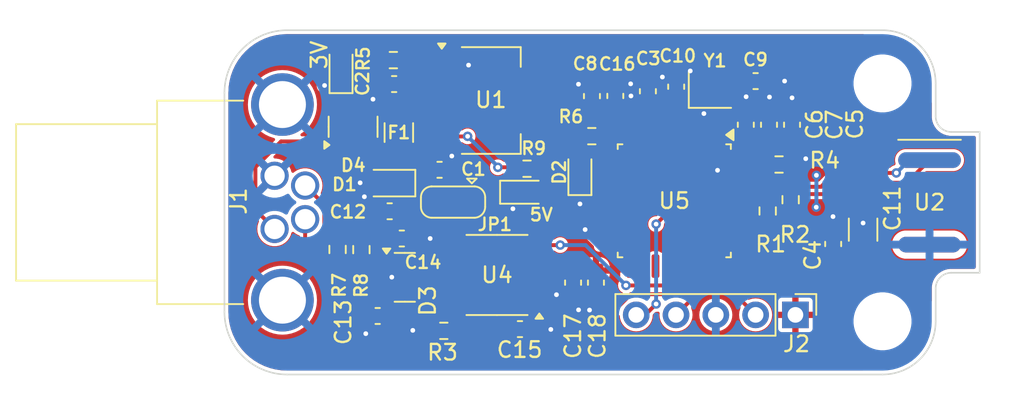
<source format=kicad_pcb>
(kicad_pcb
	(version 20240108)
	(generator "pcbnew")
	(generator_version "8.0")
	(general
		(thickness 1.6)
		(legacy_teardrops no)
	)
	(paper "A4")
	(layers
		(0 "F.Cu" signal)
		(31 "B.Cu" signal)
		(32 "B.Adhes" user "B.Adhesive")
		(33 "F.Adhes" user "F.Adhesive")
		(34 "B.Paste" user)
		(35 "F.Paste" user)
		(36 "B.SilkS" user "B.Silkscreen")
		(37 "F.SilkS" user "F.Silkscreen")
		(38 "B.Mask" user)
		(39 "F.Mask" user)
		(40 "Dwgs.User" user "User.Drawings")
		(41 "Cmts.User" user "User.Comments")
		(42 "Eco1.User" user "User.Eco1")
		(43 "Eco2.User" user "User.Eco2")
		(44 "Edge.Cuts" user)
		(45 "Margin" user)
		(46 "B.CrtYd" user "B.Courtyard")
		(47 "F.CrtYd" user "F.Courtyard")
		(48 "B.Fab" user)
		(49 "F.Fab" user)
		(50 "User.1" user)
		(51 "User.2" user)
		(52 "User.3" user)
		(53 "User.4" user)
		(54 "User.5" user)
		(55 "User.6" user)
		(56 "User.7" user)
		(57 "User.8" user)
		(58 "User.9" user)
	)
	(setup
		(stackup
			(layer "F.SilkS"
				(type "Top Silk Screen")
			)
			(layer "F.Paste"
				(type "Top Solder Paste")
			)
			(layer "F.Mask"
				(type "Top Solder Mask")
				(thickness 0.01)
			)
			(layer "F.Cu"
				(type "copper")
				(thickness 0.035)
			)
			(layer "dielectric 1"
				(type "core")
				(thickness 1.51)
				(material "FR4")
				(epsilon_r 4.5)
				(loss_tangent 0.02)
			)
			(layer "B.Cu"
				(type "copper")
				(thickness 0.035)
			)
			(layer "B.Mask"
				(type "Bottom Solder Mask")
				(thickness 0.01)
			)
			(layer "B.Paste"
				(type "Bottom Solder Paste")
			)
			(layer "B.SilkS"
				(type "Bottom Silk Screen")
			)
			(copper_finish "None")
			(dielectric_constraints no)
		)
		(pad_to_mask_clearance 0)
		(allow_soldermask_bridges_in_footprints no)
		(aux_axis_origin 36 49)
		(pcbplotparams
			(layerselection 0x00010fc_ffffffff)
			(plot_on_all_layers_selection 0x0000000_00000000)
			(disableapertmacros no)
			(usegerberextensions yes)
			(usegerberattributes no)
			(usegerberadvancedattributes no)
			(creategerberjobfile no)
			(dashed_line_dash_ratio 12.000000)
			(dashed_line_gap_ratio 3.000000)
			(svgprecision 4)
			(plotframeref no)
			(viasonmask no)
			(mode 1)
			(useauxorigin yes)
			(hpglpennumber 1)
			(hpglpenspeed 20)
			(hpglpendiameter 15.000000)
			(pdf_front_fp_property_popups yes)
			(pdf_back_fp_property_popups yes)
			(dxfpolygonmode yes)
			(dxfimperialunits yes)
			(dxfusepcbnewfont yes)
			(psnegative no)
			(psa4output no)
			(plotreference yes)
			(plotvalue no)
			(plotfptext yes)
			(plotinvisibletext no)
			(sketchpadsonfab no)
			(subtractmaskfromsilk yes)
			(outputformat 1)
			(mirror no)
			(drillshape 0)
			(scaleselection 1)
			(outputdirectory "gerber")
		)
	)
	(net 0 "")
	(net 1 "+3.3V")
	(net 2 "GND")
	(net 3 "+5V")
	(net 4 "/I2C_SDA")
	(net 5 "/I2C_SCL")
	(net 6 "CAN_H")
	(net 7 "CAN_L")
	(net 8 "Net-(U4-Rs)")
	(net 9 "NRST")
	(net 10 "Net-(U5-PF0)")
	(net 11 "SWDIO")
	(net 12 "Net-(U5-PF1)")
	(net 13 "/Vref")
	(net 14 "Net-(D4-K)")
	(net 15 "Net-(D4-A)")
	(net 16 "Net-(JP1-C)")
	(net 17 "Net-(U5-PB8)")
	(net 18 "unconnected-(U5-PB5-Pad28)")
	(net 19 "unconnected-(U5-PA8-Pad18)")
	(net 20 "unconnected-(U5-PA15-Pad25)")
	(net 21 "SWCLK")
	(net 22 "unconnected-(U5-PA7-Pad13)")
	(net 23 "unconnected-(U5-PA5-Pad11)")
	(net 24 "unconnected-(U5-PA9-Pad19)")
	(net 25 "unconnected-(U5-PA1-Pad7)")
	(net 26 "unconnected-(U5-PB4-Pad27)")
	(net 27 "unconnected-(U5-PA6-Pad12)")
	(net 28 "unconnected-(U5-PA10-Pad20)")
	(net 29 "/CAN_Tx")
	(net 30 "/CAN_Rx")
	(net 31 "unconnected-(U5-PB0-Pad14)")
	(net 32 "unconnected-(U5-PB1-Pad15)")
	(net 33 "unconnected-(U5-PA4-Pad10)")
	(net 34 "Net-(D2-A)")
	(net 35 "unconnected-(U5-PA0-Pad6)")
	(net 36 "/STATUS_LED")
	(net 37 "unconnected-(U5-PA2-Pad8)")
	(net 38 "unconnected-(U5-PB3-Pad26)")
	(net 39 "Net-(VO1-A)")
	(net 40 "Net-(VO2-A)")
	(footprint "Package_TO_SOT_SMD:SOT-23" (layer "F.Cu") (at 146.51 45.79))
	(footprint "Capacitor_SMD:C_0603_1608Metric" (layer "F.Cu") (at 145.545 41.57 180))
	(footprint "Connector_PinHeader_2.54mm:PinHeader_1x05_P2.54mm_Vertical" (layer "F.Cu") (at 171.44 48.19 -90))
	(footprint "Crystal:Crystal_SMD_2016-4Pin_2.0x1.6mm" (layer "F.Cu") (at 165.985 33.81))
	(footprint "FaSTTUBe_connectors:M8_718_4pin_horizontal" (layer "F.Cu") (at 138.2 41 -90))
	(footprint "Capacitor_SMD:C_0603_1608Metric" (layer "F.Cu") (at 153.86 49.1))
	(footprint "MountingHole:MountingHole_3.2mm_M3_DIN965" (layer "F.Cu") (at 177 33.4))
	(footprint "Diode_SMD:D_SOD-323" (layer "F.Cu") (at 145.57 39.77 180))
	(footprint "TTS:TO-39_sidemount" (layer "F.Cu") (at 180 41))
	(footprint "Package_SO:SOIC-8_3.9x4.9mm_P1.27mm" (layer "F.Cu") (at 152.395 45.64 180))
	(footprint "LED_SMD:LED_0603_1608Metric_Pad1.05x0.95mm_HandSolder" (layer "F.Cu") (at 154.2525 40.35))
	(footprint "TTS:SOT-23" (layer "F.Cu") (at 143.21 36.17 90))
	(footprint "Resistor_SMD:R_0603_1608Metric" (layer "F.Cu") (at 169.67 41.55 90))
	(footprint "MountingHole:MountingHole_3.2mm_M3_DIN965" (layer "F.Cu") (at 177 48.6))
	(footprint "Resistor_SMD:R_0603_1608Metric" (layer "F.Cu") (at 149 49.21 180))
	(footprint "Resistor_SMD:R_0603_1608Metric" (layer "F.Cu") (at 171.135 40.83 90))
	(footprint "Resistor_SMD:R_0603_1608Metric" (layer "F.Cu") (at 154.31 38.85))
	(footprint "Package_QFP:LQFP-32_7x7mm_P0.8mm" (layer "F.Cu") (at 163.71 40.9 -90))
	(footprint "LED_SMD:LED_0603_1608Metric_Pad1.05x0.95mm_HandSolder" (layer "F.Cu") (at 142.44 32.36 90))
	(footprint "Capacitor_SMD:C_0603_1608Metric" (layer "F.Cu") (at 168.275 36.04 90))
	(footprint "Capacitor_SMD:C_0603_1608Metric" (layer "F.Cu") (at 146.32 43.31 180))
	(footprint "LED_SMD:LED_0603_1608Metric" (layer "F.Cu") (at 157.685 39.05 90))
	(footprint "Fuse:Fuse_1206_3216Metric" (layer "F.Cu") (at 146.13 36.54 -90))
	(footprint "Resistor_SMD:R_0603_1608Metric" (layer "F.Cu") (at 145.78 31.91 180))
	(footprint "Capacitor_SMD:C_0603_1608Metric" (layer "F.Cu") (at 157.25 46.13 -90))
	(footprint "Resistor_SMD:R_0603_1608Metric" (layer "F.Cu") (at 143.74 44.02 90))
	(footprint "Resistor_SMD:R_0603_1608Metric" (layer "F.Cu") (at 170.395 38.58))
	(footprint "Capacitor_SMD:C_0603_1608Metric" (layer "F.Cu") (at 158.455 34.21 90))
	(footprint "Jumper:SolderJumper-3_P1.3mm_Open_RoundedPad1.0x1.5mm" (layer "F.Cu") (at 149.59 40.9825 180))
	(footprint "Capacitor_SMD:C_0603_1608Metric" (layer "F.Cu") (at 163.83 33.61 90))
	(footprint "Capacitor_SMD:C_0603_1608Metric" (layer "F.Cu") (at 173.85 43.66 90))
	(footprint "Package_TO_SOT_SMD:SOT-223-3_TabPin2" (layer "F.Cu") (at 152 34.49))
	(footprint "Capacitor_SMD:C_1206_3216Metric" (layer "F.Cu") (at 175.76 42.745 90))
	(footprint "Capacitor_SMD:C_0603_1608Metric" (layer "F.Cu") (at 168.9 33.25 180))
	(footprint "Capacitor_SMD:C_0603_1608Metric" (layer "F.Cu") (at 158.71 46.13 -90))
	(footprint "Capacitor_SMD:C_0603_1608Metric" (layer "F.Cu") (at 148.73 38.92))
	(footprint "Resistor_SMD:R_0603_1608Metric" (layer "F.Cu") (at 158.445 36.77 180))
	(footprint "Capacitor_SMD:C_0603_1608Metric" (layer "F.Cu") (at 159.945 34.2 90))
	(footprint "Resistor_SMD:R_0603_1608Metric" (layer "F.Cu") (at 142.22 44.01 -90))
	(footprint "Capacitor_SMD:C_0603_1608Metric"
		(layer "F.Cu")
		(uuid "e9aee7ad-d638-4c4a-87cb-c8f5124c4142")
		(at 145.83 33.44 180)
		(descr "Capacitor SMD 0603 (1608 Metric), square (rectangular) end terminal, IPC_7351 nominal, (Body size source: IPC-SM-782 page 76, https://www.pcb-3d.com/wordpress/wp-content/uploads/ipc-sm-782a_amendment_1_and_2.pdf), generated with kicad-footprint-generator")
		(tags "capacitor")
		(property "Reference" "C2"
			(at 2.02 0.03 90)
			(layer "F.SilkS")
			(uuid "9107a9e8-ddce-44b6-8243-4b3c503d8ac9")
			(effects
				(font
					(size 0.8 0.8)
					(thickness 0.15)
				)
			)
		)
		(property "Value" "4,7u"
			(at 0 1.43 0)
			(layer "F.Fab")
			(uuid "2cc087bc-9b11-4ea5-a45e-089d5cab9ab7")
			(effects
				(font
					(size 1 1)
					(thickness 0.15)
				)
			)
		)
		(property "Footprint" "Capacitor_SMD:C_0603_1608Metric"
			(at 0 0 180)
			(unlocked yes)
			(layer "F.Fab")
			(hide yes)
			(uuid "02f24cbb-be53-4311-be60-d4f63e4cd5b2")
			(effects
				(font
					(size 1.27 1.27)
					(thickness 0.15)
				)
			)
		)
		(property "Datasheet" ""
			(at 0 0 180)
			(unlocked yes)
			(layer "F.Fab")
			(hide yes)
			(uuid "190d60dd-d182-422a-bfa8-5dfaa64a2aea")
			(effects
				(font
					(size 1.27 1.27)
					(thickness 0.15)
				)
			)
		)
		(property "Description" ""
			(at 0 0 180)
			(unlocked yes)
			(layer "F.Fab")
			(hide yes)
			(uuid "7862a13e-51e6-46d8-ab20-9150706a814c")
			(effects
				(font
					(size 1.27 1.27)
					(thickness 0.15)
				)
			)
		)
		(property "LCSC" "C15849"
			(at 0 0 180)
			(unlocked yes)
			(layer "F.Fab")
			(hide yes)
			(uuid "911c4945-f300-4fa6-a87f-62fd10d9abbe")
			(effects
				(font
					(size 1 1)
					(thickness 0.15)
				)
			)
		)
		(property ki_fp_filters "C_*")
		(path "/d31f1739-8ef6-4d17-981b-a1310d66cc95")
		(sheetname "Root")
		(sheetfile "TTS.kicad_sch")
		(attr smd)
		(fp_line
			(start -0.14058 0.51)
			(end 0.14058 0.51)
			(stroke
				(width 0.12)
				(type solid)
			)
			(layer "F.SilkS")
			(uuid "bf9ceb5c-bcdd-481f-b8f4-a976ecda3a06")
		)
		(fp_line
			(start -0.14058 -0.51)
			(end 0.14058 -0.51)
			(stroke
				(width 0.12)
				(type solid)
			)
			(layer "F.SilkS")
			(uuid "7e42134d-81d8-4593-bd26-e2b2e1d08395")
		)
		(fp_line
			(start 1.48 0.73)
			(end -1.48 0.73)
			(stroke
				(width 0.05)
				(type solid)
			)
			(layer "F.CrtYd")
			(uuid "ebe31fa7-ab72-4e48-b04d-8c90349d1661")
		)
		(fp_line
			(start 1.48 -0.73)
			(end 1.48 0.73)
			(stroke
				(width 0.05)
				(type solid)
			)
			(layer "F.CrtYd")
			(uuid "6c6cf181-24b7-46d7-81dd-201aa55d6359")
		)
		(fp_line
			(start -1.48 0.73)
			(end -1.48 -0.73)
			(stroke
				(width 0.05)
				(type solid)
			)
			(layer "F.CrtYd")
			(uuid "89d5ffc3-767d-4677-b3dd-824bacb3b2cf")
		)
		(fp_line
			(start -1.48 -0.73)
			(end 1.48 -0.73)
			(stroke
				(width 0.05)
				(type solid)
			)
			(layer "F.CrtYd")
			(uuid "84618578-4697-4e65-8e33-0e9dc8c3e893")
		)
		(fp_line
			(start 0.8 0.4)
			(end -0.8 0.4)
			(stroke
				(width 0.1)
				(type solid)
			)
			(layer "F.Fab")
			(uuid "64ea3970-6cdb-431b-b467-5a3f13728271")
		)
		(fp_line
			(start 0.8 -0.4)
			(end 0.8 0.4)
			(stroke
				(width 0.1)
				(type solid)
			)
			(layer "F.Fab")
			(uuid "0f747995-8206-4013-90e2-c1774bf2a099")
		)
		(fp_line
			(start -0.8 0.4)
			(end -0.8 -
... [252491 chars truncated]
</source>
